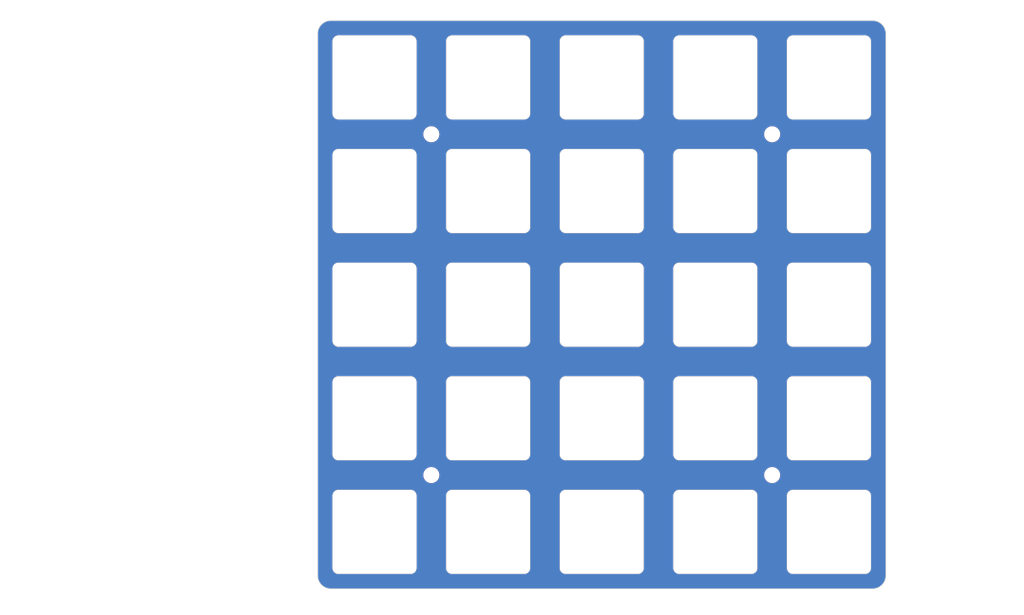
<source format=kicad_pcb>
(kicad_pcb (version 20241229) (generator "pcbnew") (generator_version "9.0")
  (layers (0 "F.Cu" signal) (2 "B.Cu" signal) (13 "F.Paste" user) (15 "B.Paste" user) (5 "F.SilkS" user "F.Silkscreen") (7 "B.SilkS" user "B.Silkscreen") (1 "F.Mask" user) (3 "B.Mask" user) (25 "Edge.Cuts" user))
  (net 0 "")
  (footprint "DreaM117er-keebLibrary:SW_Keyboard_Hole_1.00u" (layer "F.Cu") (at 173.849676 76.624911)
    (property "Reference" "L19" (hide yes))
    (property "Value" "Key_edge")
    (fp_line (start -7.049978 -6.049978) (end -7.049978 6.049978) (stroke (width 0.05)) (layer "Edge.Cuts"))
    (fp_line (start -6.049978 -7.049978) (end 6.049978 -7.049978) (stroke (width 0.05)) (layer "Edge.Cuts"))
    (fp_line (start -6.049978 7.049978) (end 6.049978 7.049978) (stroke (width 0.05)) (layer "Edge.Cuts"))
    (fp_line (start 7.049978 -6.049978) (end 7.049978 6.049978) (stroke (width 0.05)) (layer "Edge.Cuts"))
    (fp_arc (start -7.049978 -6.049978) (mid -6.757085 -6.757085) (end -6.049978 -7.049978) (stroke (width 0.05)) (layer "Edge.Cuts"))
    (fp_arc (start -6.049978 7.049978) (mid -6.757085 6.757085) (end -7.049978 6.049978) (stroke (width 0.05)) (layer "Edge.Cuts"))
    (fp_arc (start 6.049978 -7.049978) (mid 6.757085 -6.757085) (end 7.049978 -6.049978) (stroke (width 0.05)) (layer "Edge.Cuts"))
    (fp_arc (start 7.049978 6.049978) (mid 6.757085 6.757085) (end 6.049978 7.049978) (stroke (width 0.05)) (layer "Edge.Cuts"))
  )
  (footprint "MountingHole:MountingHole_2.2mm_M2" (layer "F.Cu") (at 164.325 105.2)
    (property "Reference" "H4" (hide yes))
    (property "Value" "M2")
    (pad "" np_thru_hole circle (at 0 0) (size 2.2 2.2) (drill 2.2) (layers "*.Cu" "*.Mask"))
  )
  (footprint "DreaM117er-keebLibrary:SW_Keyboard_Hole_1.00u" (layer "F.Cu") (at 97.649676 57.574911)
    (property "Reference" "L2" (hide yes))
    (property "Value" "Key_edge")
    (fp_line (start -7.049978 -6.049978) (end -7.049978 6.049978) (stroke (width 0.05)) (layer "Edge.Cuts"))
    (fp_line (start -6.049978 -7.049978) (end 6.049978 -7.049978) (stroke (width 0.05)) (layer "Edge.Cuts"))
    (fp_line (start -6.049978 7.049978) (end 6.049978 7.049978) (stroke (width 0.05)) (layer "Edge.Cuts"))
    (fp_line (start 7.049978 -6.049978) (end 7.049978 6.049978) (stroke (width 0.05)) (layer "Edge.Cuts"))
    (fp_arc (start -7.049978 -6.049978) (mid -6.757085 -6.757085) (end -6.049978 -7.049978) (stroke (width 0.05)) (layer "Edge.Cuts"))
    (fp_arc (start -6.049978 7.049978) (mid -6.757085 6.757085) (end -7.049978 6.049978) (stroke (width 0.05)) (layer "Edge.Cuts"))
    (fp_arc (start 6.049978 -7.049978) (mid 6.757085 -6.757085) (end 7.049978 -6.049978) (stroke (width 0.05)) (layer "Edge.Cuts"))
    (fp_arc (start 7.049978 6.049978) (mid 6.757085 6.757085) (end 6.049978 7.049978) (stroke (width 0.05)) (layer "Edge.Cuts"))
  )
  (footprint "DreaM117er-keebLibrary:SW_Keyboard_Hole_1.00u" (layer "F.Cu") (at 154.799676 57.574911)
    (property "Reference" "L14" (hide yes))
    (property "Value" "Key_edge")
    (fp_line (start -7.049978 -6.049978) (end -7.049978 6.049978) (stroke (width 0.05)) (layer "Edge.Cuts"))
    (fp_line (start -6.049978 -7.049978) (end 6.049978 -7.049978) (stroke (width 0.05)) (layer "Edge.Cuts"))
    (fp_line (start -6.049978 7.049978) (end 6.049978 7.049978) (stroke (width 0.05)) (layer "Edge.Cuts"))
    (fp_line (start 7.049978 -6.049978) (end 7.049978 6.049978) (stroke (width 0.05)) (layer "Edge.Cuts"))
    (fp_arc (start -7.049978 -6.049978) (mid -6.757085 -6.757085) (end -6.049978 -7.049978) (stroke (width 0.05)) (layer "Edge.Cuts"))
    (fp_arc (start -6.049978 7.049978) (mid -6.757085 6.757085) (end -7.049978 6.049978) (stroke (width 0.05)) (layer "Edge.Cuts"))
    (fp_arc (start 6.049978 -7.049978) (mid 6.757085 -6.757085) (end 7.049978 -6.049978) (stroke (width 0.05)) (layer "Edge.Cuts"))
    (fp_arc (start 7.049978 6.049978) (mid 6.757085 6.757085) (end 6.049978 7.049978) (stroke (width 0.05)) (layer "Edge.Cuts"))
  )
  (footprint "DreaM117er-keebLibrary:SW_Keyboard_Hole_1.00u" (layer "F.Cu") (at 173.849676 114.724911)
    (property "Reference" "L29" (hide yes))
    (property "Value" "Key_edge")
    (fp_line (start -7.049978 -6.049978) (end -7.049978 6.049978) (stroke (width 0.05)) (layer "Edge.Cuts"))
    (fp_line (start -6.049978 -7.049978) (end 6.049978 -7.049978) (stroke (width 0.05)) (layer "Edge.Cuts"))
    (fp_line (start -6.049978 7.049978) (end 6.049978 7.049978) (stroke (width 0.05)) (layer "Edge.Cuts"))
    (fp_line (start 7.049978 -6.049978) (end 7.049978 6.049978) (stroke (width 0.05)) (layer "Edge.Cuts"))
    (fp_arc (start -7.049978 -6.049978) (mid -6.757085 -6.757085) (end -6.049978 -7.049978) (stroke (width 0.05)) (layer "Edge.Cuts"))
    (fp_arc (start -6.049978 7.049978) (mid -6.757085 6.757085) (end -7.049978 6.049978) (stroke (width 0.05)) (layer "Edge.Cuts"))
    (fp_arc (start 6.049978 -7.049978) (mid 6.757085 -6.757085) (end 7.049978 -6.049978) (stroke (width 0.05)) (layer "Edge.Cuts"))
    (fp_arc (start 7.049978 6.049978) (mid 6.757085 6.757085) (end 6.049978 7.049978) (stroke (width 0.05)) (layer "Edge.Cuts"))
  )
  (footprint "DreaM117er-keebLibrary:SW_Keyboard_Hole_1.00u" (layer "F.Cu") (at 116.699676 76.624911)
    (property "Reference" "L7" (hide yes))
    (property "Value" "Key_edge")
    (fp_line (start -7.049978 -6.049978) (end -7.049978 6.049978) (stroke (width 0.05)) (layer "Edge.Cuts"))
    (fp_line (start -6.049978 -7.049978) (end 6.049978 -7.049978) (stroke (width 0.05)) (layer "Edge.Cuts"))
    (fp_line (start -6.049978 7.049978) (end 6.049978 7.049978) (stroke (width 0.05)) (layer "Edge.Cuts"))
    (fp_line (start 7.049978 -6.049978) (end 7.049978 6.049978) (stroke (width 0.05)) (layer "Edge.Cuts"))
    (fp_arc (start -7.049978 -6.049978) (mid -6.757085 -6.757085) (end -6.049978 -7.049978) (stroke (width 0.05)) (layer "Edge.Cuts"))
    (fp_arc (start -6.049978 7.049978) (mid -6.757085 6.757085) (end -7.049978 6.049978) (stroke (width 0.05)) (layer "Edge.Cuts"))
    (fp_arc (start 6.049978 -7.049978) (mid 6.757085 -6.757085) (end 7.049978 -6.049978) (stroke (width 0.05)) (layer "Edge.Cuts"))
    (fp_arc (start 7.049978 6.049978) (mid 6.757085 6.757085) (end 6.049978 7.049978) (stroke (width 0.05)) (layer "Edge.Cuts"))
  )
  (footprint "DreaM117er-keebLibrary:SW_Keyboard_Hole_1.00u" (layer "F.Cu") (at 154.799676 95.674911)
    (property "Reference" "L16" (hide yes))
    (property "Value" "Key_edge")
    (fp_line (start -7.049978 -6.049978) (end -7.049978 6.049978) (stroke (width 0.05)) (layer "Edge.Cuts"))
    (fp_line (start -6.049978 -7.049978) (end 6.049978 -7.049978) (stroke (width 0.05)) (layer "Edge.Cuts"))
    (fp_line (start -6.049978 7.049978) (end 6.049978 7.049978) (stroke (width 0.05)) (layer "Edge.Cuts"))
    (fp_line (start 7.049978 -6.049978) (end 7.049978 6.049978) (stroke (width 0.05)) (layer "Edge.Cuts"))
    (fp_arc (start -7.049978 -6.049978) (mid -6.757085 -6.757085) (end -6.049978 -7.049978) (stroke (width 0.05)) (layer "Edge.Cuts"))
    (fp_arc (start -6.049978 7.049978) (mid -6.757085 6.757085) (end -7.049978 6.049978) (stroke (width 0.05)) (layer "Edge.Cuts"))
    (fp_arc (start 6.049978 -7.049978) (mid 6.757085 -6.757085) (end 7.049978 -6.049978) (stroke (width 0.05)) (layer "Edge.Cuts"))
    (fp_arc (start 7.049978 6.049978) (mid 6.757085 6.757085) (end 6.049978 7.049978) (stroke (width 0.05)) (layer "Edge.Cuts"))
  )
  (footprint "DreaM117er-keebLibrary:SW_Keyboard_Hole_1.00u" (layer "F.Cu") (at 135.749676 57.574911)
    (property "Reference" "L10" (hide yes))
    (property "Value" "Key_edge")
    (fp_line (start -7.049978 -6.049978) (end -7.049978 6.049978) (stroke (width 0.05)) (layer "Edge.Cuts"))
    (fp_line (start -6.049978 -7.049978) (end 6.049978 -7.049978) (stroke (width 0.05)) (layer "Edge.Cuts"))
    (fp_line (start -6.049978 7.049978) (end 6.049978 7.049978) (stroke (width 0.05)) (layer "Edge.Cuts"))
    (fp_line (start 7.049978 -6.049978) (end 7.049978 6.049978) (stroke (width 0.05)) (layer "Edge.Cuts"))
    (fp_arc (start -7.049978 -6.049978) (mid -6.757085 -6.757085) (end -6.049978 -7.049978) (stroke (width 0.05)) (layer "Edge.Cuts"))
    (fp_arc (start -6.049978 7.049978) (mid -6.757085 6.757085) (end -7.049978 6.049978) (stroke (width 0.05)) (layer "Edge.Cuts"))
    (fp_arc (start 6.049978 -7.049978) (mid 6.757085 -6.757085) (end 7.049978 -6.049978) (stroke (width 0.05)) (layer "Edge.Cuts"))
    (fp_arc (start 7.049978 6.049978) (mid 6.757085 6.757085) (end 6.049978 7.049978) (stroke (width 0.05)) (layer "Edge.Cuts"))
  )
  (footprint "DreaM117er-keebLibrary:SW_Keyboard_Hole_1.00u" (layer "F.Cu") (at 173.849676 95.674911)
    (property "Reference" "L20" (hide yes))
    (property "Value" "Key_edge")
    (fp_line (start -7.049978 -6.049978) (end -7.049978 6.049978) (stroke (width 0.05)) (layer "Edge.Cuts"))
    (fp_line (start -6.049978 -7.049978) (end 6.049978 -7.049978) (stroke (width 0.05)) (layer "Edge.Cuts"))
    (fp_line (start -6.049978 7.049978) (end 6.049978 7.049978) (stroke (width 0.05)) (layer "Edge.Cuts"))
    (fp_line (start 7.049978 -6.049978) (end 7.049978 6.049978) (stroke (width 0.05)) (layer "Edge.Cuts"))
    (fp_arc (start -7.049978 -6.049978) (mid -6.757085 -6.757085) (end -6.049978 -7.049978) (stroke (width 0.05)) (layer "Edge.Cuts"))
    (fp_arc (start -6.049978 7.049978) (mid -6.757085 6.757085) (end -7.049978 6.049978) (stroke (width 0.05)) (layer "Edge.Cuts"))
    (fp_arc (start 6.049978 -7.049978) (mid 6.757085 -6.757085) (end 7.049978 -6.049978) (stroke (width 0.05)) (layer "Edge.Cuts"))
    (fp_arc (start 7.049978 6.049978) (mid 6.757085 6.757085) (end 6.049978 7.049978) (stroke (width 0.05)) (layer "Edge.Cuts"))
  )
  (footprint "MountingHole:MountingHole_2.2mm_M2" (layer "F.Cu") (at 107.175 48.05)
    (property "Reference" "H1" (hide yes))
    (property "Value" "M2")
    (pad "" np_thru_hole circle (at 0 0) (size 2.2 2.2) (drill 2.2) (layers "*.Cu" "*.Mask"))
  )
  (footprint "DreaM117er-keebLibrary:SW_Keyboard_Hole_1.00u" (layer "F.Cu") (at 97.649676 114.724911)
    (property "Reference" "L25" (hide yes))
    (property "Value" "Key_edge")
    (fp_line (start -7.049978 -6.049978) (end -7.049978 6.049978) (stroke (width 0.05)) (layer "Edge.Cuts"))
    (fp_line (start -6.049978 -7.049978) (end 6.049978 -7.049978) (stroke (width 0.05)) (layer "Edge.Cuts"))
    (fp_line (start -6.049978 7.049978) (end 6.049978 7.049978) (stroke (width 0.05)) (layer "Edge.Cuts"))
    (fp_line (start 7.049978 -6.049978) (end 7.049978 6.049978) (stroke (width 0.05)) (layer "Edge.Cuts"))
    (fp_arc (start -7.049978 -6.049978) (mid -6.757085 -6.757085) (end -6.049978 -7.049978) (stroke (width 0.05)) (layer "Edge.Cuts"))
    (fp_arc (start -6.049978 7.049978) (mid -6.757085 6.757085) (end -7.049978 6.049978) (stroke (width 0.05)) (layer "Edge.Cuts"))
    (fp_arc (start 6.049978 -7.049978) (mid 6.757085 -6.757085) (end 7.049978 -6.049978) (stroke (width 0.05)) (layer "Edge.Cuts"))
    (fp_arc (start 7.049978 6.049978) (mid 6.757085 6.757085) (end 6.049978 7.049978) (stroke (width 0.05)) (layer "Edge.Cuts"))
  )
  (footprint "DreaM117er-keebLibrary:SW_Keyboard_Hole_1.00u" (layer "F.Cu") (at 173.849676 57.574911)
    (property "Reference" "L18" (hide yes))
    (property "Value" "Key_edge")
    (fp_line (start -7.049978 -6.049978) (end -7.049978 6.049978) (stroke (width 0.05)) (layer "Edge.Cuts"))
    (fp_line (start -6.049978 -7.049978) (end 6.049978 -7.049978) (stroke (width 0.05)) (layer "Edge.Cuts"))
    (fp_line (start -6.049978 7.049978) (end 6.049978 7.049978) (stroke (width 0.05)) (layer "Edge.Cuts"))
    (fp_line (start 7.049978 -6.049978) (end 7.049978 6.049978) (stroke (width 0.05)) (layer "Edge.Cuts"))
    (fp_arc (start -7.049978 -6.049978) (mid -6.757085 -6.757085) (end -6.049978 -7.049978) (stroke (width 0.05)) (layer "Edge.Cuts"))
    (fp_arc (start -6.049978 7.049978) (mid -6.757085 6.757085) (end -7.049978 6.049978) (stroke (width 0.05)) (layer "Edge.Cuts"))
    (fp_arc (start 6.049978 -7.049978) (mid 6.757085 -6.757085) (end 7.049978 -6.049978) (stroke (width 0.05)) (layer "Edge.Cuts"))
    (fp_arc (start 7.049978 6.049978) (mid 6.757085 6.757085) (end 6.049978 7.049978) (stroke (width 0.05)) (layer "Edge.Cuts"))
  )
  (footprint "MountingHole:MountingHole_2.2mm_M2" (layer "F.Cu") (at 107.175 105.2)
    (property "Reference" "H2" (hide yes))
    (property "Value" "M2")
    (pad "" np_thru_hole circle (at 0 0) (size 2.2 2.2) (drill 2.2) (layers "*.Cu" "*.Mask"))
  )
  (footprint "DreaM117er-keebLibrary:SW_Keyboard_Hole_1.00u" (layer "F.Cu") (at 97.649676 95.674911)
    (property "Reference" "L4" (hide yes))
    (property "Value" "Key_edge")
    (fp_line (start -7.049978 -6.049978) (end -7.049978 6.049978) (stroke (width 0.05)) (layer "Edge.Cuts"))
    (fp_line (start -6.049978 -7.049978) (end 6.049978 -7.049978) (stroke (width 0.05)) (layer "Edge.Cuts"))
    (fp_line (start -6.049978 7.049978) (end 6.049978 7.049978) (stroke (width 0.05)) (layer "Edge.Cuts"))
    (fp_line (start 7.049978 -6.049978) (end 7.049978 6.049978) (stroke (width 0.05)) (layer "Edge.Cuts"))
    (fp_arc (start -7.049978 -6.049978) (mid -6.757085 -6.757085) (end -6.049978 -7.049978) (stroke (width 0.05)) (layer "Edge.Cuts"))
    (fp_arc (start -6.049978 7.049978) (mid -6.757085 6.757085) (end -7.049978 6.049978) (stroke (width 0.05)) (layer "Edge.Cuts"))
    (fp_arc (start 6.049978 -7.049978) (mid 6.757085 -6.757085) (end 7.049978 -6.049978) (stroke (width 0.05)) (layer "Edge.Cuts"))
    (fp_arc (start 7.049978 6.049978) (mid 6.757085 6.757085) (end 6.049978 7.049978) (stroke (width 0.05)) (layer "Edge.Cuts"))
  )
  (footprint "DreaM117er-keebLibrary:SW_Keyboard_Hole_1.00u" (layer "F.Cu") (at 116.699676 114.724911)
    (property "Reference" "L26" (hide yes))
    (property "Value" "Key_edge")
    (fp_line (start -7.049978 -6.049978) (end -7.049978 6.049978) (stroke (width 0.05)) (layer "Edge.Cuts"))
    (fp_line (start -6.049978 -7.049978) (end 6.049978 -7.049978) (stroke (width 0.05)) (layer "Edge.Cuts"))
    (fp_line (start -6.049978 7.049978) (end 6.049978 7.049978) (stroke (width 0.05)) (layer "Edge.Cuts"))
    (fp_line (start 7.049978 -6.049978) (end 7.049978 6.049978) (stroke (width 0.05)) (layer "Edge.Cuts"))
    (fp_arc (start -7.049978 -6.049978) (mid -6.757085 -6.757085) (end -6.049978 -7.049978) (stroke (width 0.05)) (layer "Edge.Cuts"))
    (fp_arc (start -6.049978 7.049978) (mid -6.757085 6.757085) (end -7.049978 6.049978) (stroke (width 0.05)) (layer "Edge.Cuts"))
    (fp_arc (start 6.049978 -7.049978) (mid 6.757085 -6.757085) (end 7.049978 -6.049978) (stroke (width 0.05)) (layer "Edge.Cuts"))
    (fp_arc (start 7.049978 6.049978) (mid 6.757085 6.757085) (end 6.049978 7.049978) (stroke (width 0.05)) (layer "Edge.Cuts"))
  )
  (footprint "DreaM117er-keebLibrary:SW_Keyboard_Hole_1.00u" (layer "F.Cu") (at 154.799676 38.524911)
    (property "Reference" "L13" (hide yes))
    (property "Value" "Key_edge")
    (fp_line (start -7.049978 -6.049978) (end -7.049978 6.049978) (stroke (width 0.05)) (layer "Edge.Cuts"))
    (fp_line (start -6.049978 -7.049978) (end 6.049978 -7.049978) (stroke (width 0.05)) (layer "Edge.Cuts"))
    (fp_line (start -6.049978 7.049978) (end 6.049978 7.049978) (stroke (width 0.05)) (layer "Edge.Cuts"))
    (fp_line (start 7.049978 -6.049978) (end 7.049978 6.049978) (stroke (width 0.05)) (layer "Edge.Cuts"))
    (fp_arc (start -7.049978 -6.049978) (mid -6.757085 -6.757085) (end -6.049978 -7.049978) (stroke (width 0.05)) (layer "Edge.Cuts"))
    (fp_arc (start -6.049978 7.049978) (mid -6.757085 6.757085) (end -7.049978 6.049978) (stroke (width 0.05)) (layer "Edge.Cuts"))
    (fp_arc (start 6.049978 -7.049978) (mid 6.757085 -6.757085) (end 7.049978 -6.049978) (stroke (width 0.05)) (layer "Edge.Cuts"))
    (fp_arc (start 7.049978 6.049978) (mid 6.757085 6.757085) (end 6.049978 7.049978) (stroke (width 0.05)) (layer "Edge.Cuts"))
  )
  (footprint "DreaM117er-keebLibrary:SW_Keyboard_Hole_1.00u" (layer "F.Cu") (at 116.699676 57.574911)
    (property "Reference" "L6" (hide yes))
    (property "Value" "Key_edge")
    (fp_line (start -7.049978 -6.049978) (end -7.049978 6.049978) (stroke (width 0.05)) (layer "Edge.Cuts"))
    (fp_line (start -6.049978 -7.049978) (end 6.049978 -7.049978) (stroke (width 0.05)) (layer "Edge.Cuts"))
    (fp_line (start -6.049978 7.049978) (end 6.049978 7.049978) (stroke (width 0.05)) (layer "Edge.Cuts"))
    (fp_line (start 7.049978 -6.049978) (end 7.049978 6.049978) (stroke (width 0.05)) (layer "Edge.Cuts"))
    (fp_arc (start -7.049978 -6.049978) (mid -6.757085 -6.757085) (end -6.049978 -7.049978) (stroke (width 0.05)) (layer "Edge.Cuts"))
    (fp_arc (start -6.049978 7.049978) (mid -6.757085 6.757085) (end -7.049978 6.049978) (stroke (width 0.05)) (layer "Edge.Cuts"))
    (fp_arc (start 6.049978 -7.049978) (mid 6.757085 -6.757085) (end 7.049978 -6.049978) (stroke (width 0.05)) (layer "Edge.Cuts"))
    (fp_arc (start 7.049978 6.049978) (mid 6.757085 6.757085) (end 6.049978 7.049978) (stroke (width 0.05)) (layer "Edge.Cuts"))
  )
  (footprint "DreaM117er-keebLibrary:SW_Keyboard_Hole_1.00u" (layer "F.Cu") (at 97.649676 38.524911)
    (property "Reference" "L1" (hide yes))
    (property "Value" "Key_edge")
    (fp_line (start -7.049978 -6.049978) (end -7.049978 6.049978) (stroke (width 0.05)) (layer "Edge.Cuts"))
    (fp_line (start -6.049978 -7.049978) (end 6.049978 -7.049978) (stroke (width 0.05)) (layer "Edge.Cuts"))
    (fp_line (start -6.049978 7.049978) (end 6.049978 7.049978) (stroke (width 0.05)) (layer "Edge.Cuts"))
    (fp_line (start 7.049978 -6.049978) (end 7.049978 6.049978) (stroke (width 0.05)) (layer "Edge.Cuts"))
    (fp_arc (start -7.049978 -6.049978) (mid -6.757085 -6.757085) (end -6.049978 -7.049978) (stroke (width 0.05)) (layer "Edge.Cuts"))
    (fp_arc (start -6.049978 7.049978) (mid -6.757085 6.757085) (end -7.049978 6.049978) (stroke (width 0.05)) (layer "Edge.Cuts"))
    (fp_arc (start 6.049978 -7.049978) (mid 6.757085 -6.757085) (end 7.049978 -6.049978) (stroke (width 0.05)) (layer "Edge.Cuts"))
    (fp_arc (start 7.049978 6.049978) (mid 6.757085 6.757085) (end 6.049978 7.049978) (stroke (width 0.05)) (layer "Edge.Cuts"))
  )
  (footprint "DreaM117er-keebLibrary:SW_Keyboard_Hole_1.00u" (layer "F.Cu") (at 173.849676 38.524911)
    (property "Reference" "L17" (hide yes))
    (property "Value" "Key_edge")
    (fp_line (start -7.049978 -6.049978) (end -7.049978 6.049978) (stroke (width 0.05)) (layer "Edge.Cuts"))
    (fp_line (start -6.049978 -7.049978) (end 6.049978 -7.049978) (stroke (width 0.05)) (layer "Edge.Cuts"))
    (fp_line (start -6.049978 7.049978) (end 6.049978 7.049978) (stroke (width 0.05)) (layer "Edge.Cuts"))
    (fp_line (start 7.049978 -6.049978) (end 7.049978 6.049978) (stroke (width 0.05)) (layer "Edge.Cuts"))
    (fp_arc (start -7.049978 -6.049978) (mid -6.757085 -6.757085) (end -6.049978 -7.049978) (stroke (width 0.05)) (layer "Edge.Cuts"))
    (fp_arc (start -6.049978 7.049978) (mid -6.757085 6.757085) (end -7.049978 6.049978) (stroke (width 0.05)) (layer "Edge.Cuts"))
    (fp_arc (start 6.049978 -7.049978) (mid 6.757085 -6.757085) (end 7.049978 -6.049978) (stroke (width 0.05)) (layer "Edge.Cuts"))
    (fp_arc (start 7.049978 6.049978) (mid 6.757085 6.757085) (end 6.049978 7.049978) (stroke (width 0.05)) (layer "Edge.Cuts"))
  )
  (footprint "DreaM117er-keebLibrary:SW_Keyboard_Hole_1.00u" (layer "F.Cu") (at 116.699676 38.524911)
    (property "Reference" "L5" (hide yes))
    (property "Value" "Key_edge")
    (fp_line (start -7.049978 -6.049978) (end -7.049978 6.049978) (stroke (width 0.05)) (layer "Edge.Cuts"))
    (fp_line (start -6.049978 -7.049978) (end 6.049978 -7.049978) (stroke (width 0.05)) (layer "Edge.Cuts"))
    (fp_line (start -6.049978 7.049978) (end 6.049978 7.049978) (stroke (width 0.05)) (layer "Edge.Cuts"))
    (fp_line (start 7.049978 -6.049978) (end 7.049978 6.049978) (stroke (width 0.05)) (layer "Edge.Cuts"))
    (fp_arc (start -7.049978 -6.049978) (mid -6.757085 -6.757085) (end -6.049978 -7.049978) (stroke (width 0.05)) (layer "Edge.Cuts"))
    (fp_arc (start -6.049978 7.049978) (mid -6.757085 6.757085) (end -7.049978 6.049978) (stroke (width 0.05)) (layer "Edge.Cuts"))
    (fp_arc (start 6.049978 -7.049978) (mid 6.757085 -6.757085) (end 7.049978 -6.049978) (stroke (width 0.05)) (layer "Edge.Cuts"))
    (fp_arc (start 7.049978 6.049978) (mid 6.757085 6.757085) (end 6.049978 7.049978) (stroke (width 0.05)) (layer "Edge.Cuts"))
  )
  (footprint "MountingHole:MountingHole_2.2mm_M2" (layer "F.Cu") (at 164.325 48.05)
    (property "Reference" "H3" (hide yes))
    (property "Value" "M2")
    (pad "" np_thru_hole circle (at 0 0) (size 2.2 2.2) (drill 2.2) (layers "*.Cu" "*.Mask"))
  )
  (footprint "DreaM117er-keebLibrary:SW_Keyboard_Hole_1.00u" (layer "F.Cu") (at 135.749676 114.724911)
    (property "Reference" "L27" (hide yes))
    (property "Value" "Key_edge")
    (fp_line (start -7.049978 -6.049978) (end -7.049978 6.049978) (stroke (width 0.05)) (layer "Edge.Cuts"))
    (fp_line (start -6.049978 -7.049978) (end 6.049978 -7.049978) (stroke (width 0.05)) (layer "Edge.Cuts"))
    (fp_line (start -6.049978 7.049978) (end 6.049978 7.049978) (stroke (width 0.05)) (layer "Edge.Cuts"))
    (fp_line (start 7.049978 -6.049978) (end 7.049978 6.049978) (stroke (width 0.05)) (layer "Edge.Cuts"))
    (fp_arc (start -7.049978 -6.049978) (mid -6.757085 -6.757085) (end -6.049978 -7.049978) (stroke (width 0.05)) (layer "Edge.Cuts"))
    (fp_arc (start -6.049978 7.049978) (mid -6.757085 6.757085) (end -7.049978 6.049978) (stroke (width 0.05)) (layer "Edge.Cuts"))
    (fp_arc (start 6.049978 -7.049978) (mid 6.757085 -6.757085) (end 7.049978 -6.049978) (stroke (width 0.05)) (layer "Edge.Cuts"))
    (fp_arc (start 7.049978 6.049978) (mid 6.757085 6.757085) (end 6.049978 7.049978) (stroke (width 0.05)) (layer "Edge.Cuts"))
  )
  (footprint "DreaM117er-keebLibrary:SW_Keyboard_Hole_1.00u" (layer "F.Cu") (at 97.649676 76.624911)
    (property "Reference" "L3" (hide yes))
    (property "Value" "Key_edge")
    (fp_line (start -7.049978 -6.049978) (end -7.049978 6.049978) (stroke (width 0.05)) (layer "Edge.Cuts"))
    (fp_line (start -6.049978 -7.049978) (end 6.049978 -7.049978) (stroke (width 0.05)) (layer "Edge.Cuts"))
    (fp_line (start -6.049978 7.049978) (end 6.049978 7.049978) (stroke (width 0.05)) (layer "Edge.Cuts"))
    (fp_line (start 7.049978 -6.049978) (end 7.049978 6.049978) (stroke (width 0.05)) (layer "Edge.Cuts"))
    (fp_arc (start -7.049978 -6.049978) (mid -6.757085 -6.757085) (end -6.049978 -7.049978) (stroke (width 0.05)) (layer "Edge.Cuts"))
    (fp_arc (start -6.049978 7.049978) (mid -6.757085 6.757085) (end -7.049978 6.049978) (stroke (width 0.05)) (layer "Edge.Cuts"))
    (fp_arc (start 6.049978 -7.049978) (mid 6.757085 -6.757085) (end 7.049978 -6.049978) (stroke (width 0.05)) (layer "Edge.Cuts"))
    (fp_arc (start 7.049978 6.049978) (mid 6.757085 6.757085) (end 6.049978 7.049978) (stroke (width 0.05)) (layer "Edge.Cuts"))
  )
  (footprint "DreaM117er-keebLibrary:SW_Keyboard_Hole_1.00u" (layer "F.Cu") (at 135.749676 95.674911)
    (property "Reference" "L12" (hide yes))
    (property "Value" "Key_edge")
    (fp_line (start -7.049978 -6.049978) (end -7.049978 6.049978) (stroke (width 0.05)) (layer "Edge.Cuts"))
    (fp_line (start -6.049978 -7.049978) (end 6.049978 -7.049978) (stroke (width 0.05)) (layer "Edge.Cuts"))
    (fp_line (start -6.049978 7.049978) (end 6.049978 7.049978) (stroke (width 0.05)) (layer "Edge.Cuts"))
    (fp_line (start 7.049978 -6.049978) (end 7.049978 6.049978) (stroke (width 0.05)) (layer "Edge.Cuts"))
    (fp_arc (start -7.049978 -6.049978) (mid -6.757085 -6.757085) (end -6.049978 -7.049978) (stroke (width 0.05)) (layer "Edge.Cuts"))
    (fp_arc (start -6.049978 7.049978) (mid -6.757085 6.757085) (end -7.049978 6.049978) (stroke (width 0.05)) (layer "Edge.Cuts"))
    (fp_arc (start 6.049978 -7.049978) (mid 6.757085 -6.757085) (end 7.049978 -6.049978) (stroke (width 0.05)) (layer "Edge.Cuts"))
    (fp_arc (start 7.049978 6.049978) (mid 6.757085 6.757085) (end 6.049978 7.049978) (stroke (width 0.05)) (layer "Edge.Cuts"))
  )
  (footprint "DreaM117er-keebLibrary:SW_Keyboard_Hole_1.00u" (layer "F.Cu") (at 135.749676 38.524911)
    (property "Reference" "L9" (hide yes))
    (property "Value" "Key_edge")
    (fp_line (start -7.049978 -6.049978) (end -7.049978 6.049978) (stroke (width 0.05)) (layer "Edge.Cuts"))
    (fp_line (start -6.049978 -7.049978) (end 6.049978 -7.049978) (stroke (width 0.05)) (layer "Edge.Cuts"))
    (fp_line (start -6.049978 7.049978) (end 6.049978 7.049978) (stroke (width 0.05)) (layer "Edge.Cuts"))
    (fp_line (start 7.049978 -6.049978) (end 7.049978 6.049978) (stroke (width 0.05)) (layer "Edge.Cuts"))
    (fp_arc (start -7.049978 -6.049978) (mid -6.757085 -6.757085) (end -6.049978 -7.049978) (stroke (width 0.05)) (layer "Edge.Cuts"))
    (fp_arc (start -6.049978 7.049978) (mid -6.757085 6.757085) (end -7.049978 6.049978) (stroke (width 0.05)) (layer "Edge.Cuts"))
    (fp_arc (start 6.049978 -7.049978) (mid 6.757085 -6.757085) (end 7.049978 -6.049978) (stroke (width 0.05)) (layer "Edge.Cuts"))
    (fp_arc (start 7.049978 6.049978) (mid 6.757085 6.757085) (end 6.049978 7.049978) (stroke (width 0.05)) (layer "Edge.Cuts"))
  )
  (footprint "DreaM117er-keebLibrary:SW_Keyboard_Hole_1.00u" (layer "F.Cu") (at 154.799676 114.724911)
    (property "Reference" "L28" (hide yes))
    (property "Value" "Key_edge")
    (fp_line (start -7.049978 -6.049978) (end -7.049978 6.049978) (stroke (width 0.05)) (layer "Edge.Cuts"))
    (fp_line (start -6.049978 -7.049978) (end 6.049978 -7.049978) (stroke (width 0.05)) (layer "Edge.Cuts"))
    (fp_line (start -6.049978 7.049978) (end 6.049978 7.049978) (stroke (width 0.05)) (layer "Edge.Cuts"))
    (fp_line (start 7.049978 -6.049978) (end 7.049978 6.049978) (stroke (width 0.05)) (layer "Edge.Cuts"))
    (fp_arc (start -7.049978 -6.049978) (mid -6.757085 -6.757085) (end -6.049978 -7.049978) (stroke (width 0.05)) (layer "Edge.Cuts"))
    (fp_arc (start -6.049978 7.049978) (mid -6.757085 6.757085) (end -7.049978 6.049978) (stroke (width 0.05)) (layer "Edge.Cuts"))
    (fp_arc (start 6.049978 -7.049978) (mid 6.757085 -6.757085) (end 7.049978 -6.049978) (stroke (width 0.05)) (layer "Edge.Cuts"))
    (fp_arc (start 7.049978 6.049978) (mid 6.757085 6.757085) (end 6.049978 7.049978) (stroke (width 0.05)) (layer "Edge.Cuts"))
  )
  (footprint "DreaM117er-keebLibrary:SW_Keyboard_Hole_1.00u" (layer "F.Cu") (at 135.749676 76.624911)
    (property "Reference" "L11" (hide yes))
    (property "Value" "Key_edge")
    (fp_line (start -7.049978 -6.049978) (end -7.049978 6.049978) (stroke (width 0.05)) (layer "Edge.Cuts"))
    (fp_line (start -6.049978 -7.049978) (end 6.049978 -7.049978) (stroke (width 0.05)) (layer "Edge.Cuts"))
    (fp_line (start -6.049978 7.049978) (end 6.049978 7.049978) (stroke (width 0.05)) (layer "Edge.Cuts"))
    (fp_line (start 7.049978 -6.049978) (end 7.049978 6.049978) (stroke (width 0.05)) (layer "Edge.Cuts"))
    (fp_arc (start -7.049978 -6.049978) (mid -6.757085 -6.757085) (end -6.049978 -7.049978) (stroke (width 0.05)) (layer "Edge.Cuts"))
    (fp_arc (start -6.049978 7.049978) (mid -6.757085 6.757085) (end -7.049978 6.049978) (stroke (width 0.05)) (layer "Edge.Cuts"))
    (fp_arc (start 6.049978 -7.049978) (mid 6.757085 -6.757085) (end 7.049978 -6.049978) (stroke (width 0.05)) (layer "Edge.Cuts"))
    (fp_arc (start 7.049978 6.049978) (mid 6.757085 6.757085) (end 6.049978 7.049978) (stroke (width 0.05)) (layer "Edge.Cuts"))
  )
  (footprint "DreaM117er-keebLibrary:SW_Keyboard_Hole_1.00u" (layer "F.Cu") (at 116.699676 95.674911)
    (property "Reference" "L8" (hide yes))
    (property "Value" "Key_edge")
    (fp_line (start -7.049978 -6.049978) (end -7.049978 6.049978) (stroke (width 0.05)) (layer "Edge.Cuts"))
    (fp_line (start -6.049978 -7.049978) (end 6.049978 -7.049978) (stroke (width 0.05)) (layer "Edge.Cuts"))
    (fp_line (start -6.049978 7.049978) (end 6.049978 7.049978) (stroke (width 0.05)) (layer "Edge.Cuts"))
    (fp_line (start 7.049978 -6.049978) (end 7.049978 6.049978) (stroke (width 0.05)) (layer "Edge.Cuts"))
    (fp_arc (start -7.049978 -6.049978) (mid -6.757085 -6.757085) (end -6.049978 -7.049978) (stroke (width 0.05)) (layer "Edge.Cuts"))
    (fp_arc (start -6.049978 7.049978) (mid -6.757085 6.757085) (end -7.049978 6.049978) (stroke (width 0.05)) (layer "Edge.Cuts"))
    (fp_arc (start 6.049978 -7.049978) (mid 6.757085 -6.757085) (end 7.049978 -6.049978) (stroke (width 0.05)) (layer "Edge.Cuts"))
    (fp_arc (start 7.049978 6.049978) (mid 6.757085 6.757085) (end 6.049978 7.049978) (stroke (width 0.05)) (layer "Edge.Cuts"))
  )
  (footprint "DreaM117er-keebLibrary:SW_Keyboard_Hole_1.00u" (layer "F.Cu") (at 154.799676 76.624911)
    (property "Reference" "L15" (hide yes))
    (property "Value" "Key_edge")
    (fp_line (start -7.049978 -6.049978) (end -7.049978 6.049978) (stroke (width 0.05)) (layer "Edge.Cuts"))
    (fp_line (start -6.049978 -7.049978) (end 6.049978 -7.049978) (stroke (width 0.05)) (layer "Edge.Cuts"))
    (fp_line (start -6.049978 7.049978) (end 6.049978 7.049978) (stroke (width 0.05)) (layer "Edge.Cuts"))
    (fp_line (start 7.049978 -6.049978) (end 7.049978 6.049978) (stroke (width 0.05)) (layer "Edge.Cuts"))
    (fp_arc (start -7.049978 -6.049978) (mid -6.757085 -6.757085) (end -6.049978 -7.049978) (stroke (width 0.05)) (layer "Edge.Cuts"))
    (fp_arc (start -6.049978 7.049978) (mid -6.757085 6.757085) (end -7.049978 6.049978) (stroke (width 0.05)) (layer "Edge.Cuts"))
    (fp_arc (start 6.049978 -7.049978) (mid 6.757085 -6.757085) (end 7.049978 -6.049978) (stroke (width 0.05)) (layer "Edge.Cuts"))
    (fp_arc (start 7.049978 6.049978) (mid 6.757085 6.757085) (end 6.049978 7.049978) (stroke (width 0.05)) (layer "Edge.Cuts"))
  )
  (gr_arc (start 181.174676 28.999911) (mid 182.730311 29.644276) (end 183.374676 31.199911) (stroke (width 0.1)) (layer "Edge.Cuts"))
  (gr_line (start 88.12469 122.049911) (end 88.124676 31.199911) (stroke (width 0.1)) (layer "Edge.Cuts"))
  (gr_line (start 90.324676 124.249911) (end 181.174676 124.249911) (stroke (width 0.1)) (layer "Edge.Cuts"))
  (gr_arc (start 183.374676 122.049911) (mid 182.730311 123.605546) (end 181.174676 124.249911) (stroke (width 0.1)) (layer "Edge.Cuts"))
  (gr_arc (start 90.324676 124.249911) (mid 88.769041 123.605546) (end 88.124676 122.049911) (stroke (width 0.1)) (layer "Edge.Cuts"))
  (gr_line (start 90.324676 28.999911) (end 181.174676 28.999911) (stroke (width 0.1)) (layer "Edge.Cuts"))
  (gr_arc (start 88.124676 31.199911) (mid 88.769041 29.644276) (end 90.324676 28.999911) (stroke (width 0.1)) (layer "Edge.Cuts"))
  (gr_line (start 183.374676 31.207463) (end 183.374676 122.049911) (stroke (width 0.1)) (layer "Edge.Cuts"))
  (zone (net 0) (net_name "") (layers "F.Cu" "B.Cu") (connect_pads (clearance 0.5)) (min_thickness 0.25) (fill yes (thermal_gap 0.5) (thermal_bridge_width 0.5) (island_removal_mode 1) (island_area_min 10))
    (polygon (pts (xy 34.85 25.54) (xy 34.85 128.457128) (xy 206.136635 128.687017) (xy 206.56 25.66)))
  )
)
</source>
